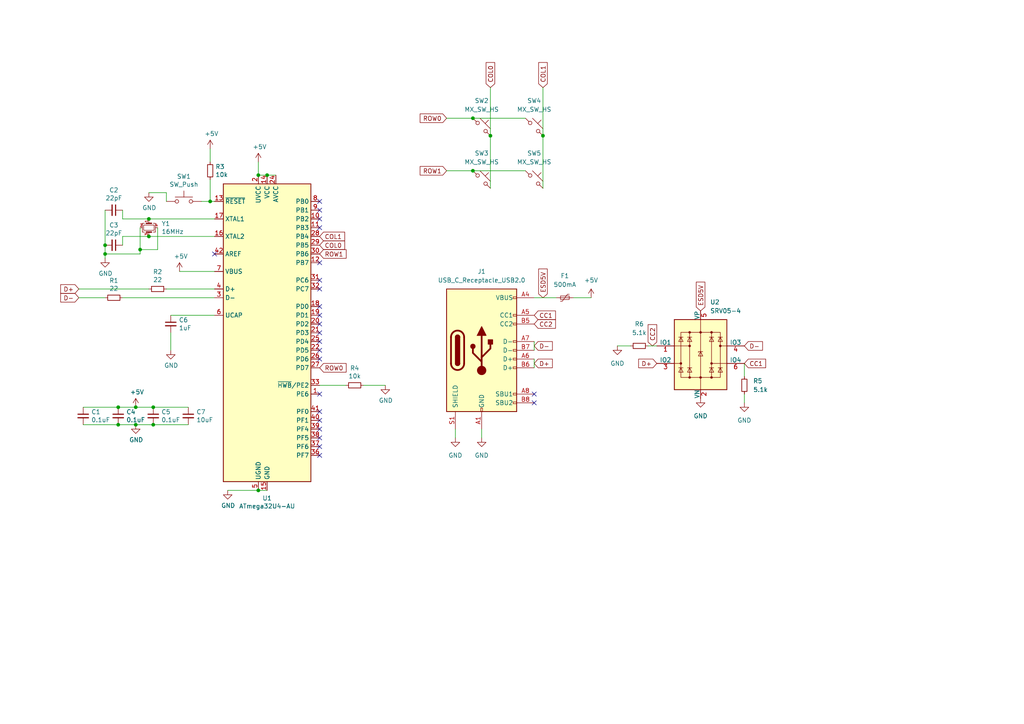
<source format=kicad_sch>
(kicad_sch (version 20211123) (generator eeschema)
  (paper "A4")
  (lib_symbols
    (symbol "Connector:USB_C_Receptacle_USB2.0" (pin_names (offset 1.016))
      (property "Reference" "J" (at -10.16 19.05 0))
      (property "Value" "USB_C_Receptacle_USB2.0" (at 19.05 19.05 0))
      (symbol "USB_C_Receptacle_USB2.0_0_0"
        (rectangle (start -0.254 -17.78) (end 0.254 -16.764))
        (rectangle (start 10.16 -14.986) (end 9.144 -15.494))
        (rectangle (start 10.16 -12.446) (end 9.144 -12.954))
        (rectangle (start 10.16 -4.826) (end 9.144 -5.334))
        (rectangle (start 10.16 -2.286) (end 9.144 -2.794))
        (rectangle (start 10.16 0.254) (end 9.144 -0.254))
        (rectangle (start 10.16 2.794) (end 9.144 2.286))
        (rectangle (start 10.16 7.874) (end 9.144 7.366))
        (rectangle (start 10.16 10.414) (end 9.144 9.906))
        (rectangle (start 10.16 15.494) (end 9.144 14.986))
      )
      (symbol "USB_C_Receptacle_USB2.0_0_1"
        (rectangle (start -10.16 17.78) (end 10.16 -17.78) (stroke (width 0.254)) (fill (type background)))
        (arc (start -8.89 -3.81) (mid -6.985 -5.715) (end -5.08 -3.81) (stroke (width 0.508)))
        (arc (start -7.62 -3.81) (mid -6.985 -4.445) (end -6.35 -3.81) (stroke (width 0.254)))
        (arc (start -7.62 -3.81) (mid -6.985 -4.445) (end -6.35 -3.81) (stroke (width 0.254)) (fill (type outline)))
        (rectangle (start -7.62 -3.81) (end -6.35 3.81) (stroke (width 0.254)) (fill (type outline)))
        (arc (start -6.35 3.81) (mid -6.985 4.445) (end -7.62 3.81) (stroke (width 0.254)))
        (arc (start -6.35 3.81) (mid -6.985 4.445) (end -7.62 3.81) (stroke (width 0.254)) (fill (type outline)))
        (arc (start -5.08 3.81) (mid -6.985 5.715) (end -8.89 3.81) (stroke (width 0.508)))
        (circle (center -2.54 1.143) (radius 0.635) (stroke (width 0.254)) (fill (type outline)))
        (circle (center 0 -5.842) (radius 1.27) (fill (type outline)))
        (polyline (pts (xy -8.89 -3.81) (xy -8.89 3.81)) (stroke (width 0.508)))
        (polyline (pts (xy -5.08 3.81) (xy -5.08 -3.81)) (stroke (width 0.508)))
        (polyline (pts (xy 0 -5.842) (xy 0 4.318)) (stroke (width 0.508)))
        (polyline (pts (xy 0 -3.302) (xy -2.54 -0.762) (xy -2.54 0.508)) (stroke (width 0.508)))
        (polyline (pts (xy 0 -2.032) (xy 2.54 0.508) (xy 2.54 1.778)) (stroke (width 0.508)))
        (polyline (pts (xy -1.27 4.318) (xy 0 6.858) (xy 1.27 4.318) (xy -1.27 4.318)) (stroke (width 0.254)) (fill (type outline)))
        (rectangle (start 1.905 1.778) (end 3.175 3.048) (stroke (width 0.254)) (fill (type outline)))
      )
      (symbol "USB_C_Receptacle_USB2.0_1_1"
        (pin passive line (at 0 -22.86 90) (length 5.08) (name "GND") (number "A1"))
        (pin passive line (at 0 -22.86 90) (length 5.08) hide (name "GND") (number "A12"))
        (pin passive line (at 15.24 15.24 180) (length 5.08) (name "VBUS") (number "A4"))
        (pin bidirectional line (at 15.24 10.16 180) (length 5.08) (name "CC1") (number "A5"))
        (pin bidirectional line (at 15.24 -2.54 180) (length 5.08) (name "D+") (number "A6"))
        (pin bidirectional line (at 15.24 2.54 180) (length 5.08) (name "D-") (number "A7"))
        (pin bidirectional line (at 15.24 -12.7 180) (length 5.08) (name "SBU1") (number "A8"))
        (pin passive line (at 15.24 15.24 180) (length 5.08) hide (name "VBUS") (number "A9"))
        (pin passive line (at 0 -22.86 90) (length 5.08) hide (name "GND") (number "B1"))
        (pin passive line (at 0 -22.86 90) (length 5.08) hide (name "GND") (number "B12"))
        (pin passive line (at 15.24 15.24 180) (length 5.08) hide (name "VBUS") (number "B4"))
        (pin bidirectional line (at 15.24 7.62 180) (length 5.08) (name "CC2") (number "B5"))
        (pin bidirectional line (at 15.24 -5.08 180) (length 5.08) (name "D+") (number "B6"))
        (pin bidirectional line (at 15.24 0 180) (length 5.08) (name "D-") (number "B7"))
        (pin bidirectional line (at 15.24 -15.24 180) (length 5.08) (name "SBU2") (number "B8"))
        (pin passive line (at 15.24 15.24 180) (length 5.08) hide (name "VBUS") (number "B9"))
        (pin passive line (at -7.62 -22.86 90) (length 5.08) (name "SHIELD") (number "S1"))
      )
    )
    (symbol "Device:C_Small" (pin_numbers hide) (pin_names (offset 0.254) hide)
      (property "Reference" "C" (at 0.254 1.778 0))
      (property "Value" "C_Small" (at 0.254 -2.032 0))
      (symbol "C_Small_0_1"
        (polyline (pts (xy -1.524 -0.508) (xy 1.524 -0.508)) (stroke (width 0.3302)))
        (polyline (pts (xy -1.524 0.508) (xy 1.524 0.508)) (stroke (width 0.3048)))
      )
      (symbol "C_Small_1_1"
        (pin passive line (at 0 2.54 270) (length 2.032) (name "~") (number "1"))
        (pin passive line (at 0 -2.54 90) (length 2.032) (name "~") (number "2"))
      )
    )
    (symbol "Device:Crystal_GND24_Small" (pin_names (offset 1.016) hide)
      (property "Reference" "Y" (at 1.27 4.445 0))
      (property "Value" "Crystal_GND24_Small" (at 1.27 2.54 0))
      (symbol "Crystal_GND24_Small_0_1"
        (rectangle (start -0.762 -1.524) (end 0.762 1.524))
        (polyline (pts (xy -1.27 -0.762) (xy -1.27 0.762)) (stroke (width 0.381)))
        (polyline (pts (xy 1.27 -0.762) (xy 1.27 0.762)) (stroke (width 0.381)))
        (polyline (pts (xy -1.27 -1.27) (xy -1.27 -1.905) (xy 1.27 -1.905) (xy 1.27 -1.27)))
        (polyline (pts (xy -1.27 1.27) (xy -1.27 1.905) (xy 1.27 1.905) (xy 1.27 1.27)))
      )
      (symbol "Crystal_GND24_Small_1_1"
        (pin passive line (at -2.54 0 0) (length 1.27) (name "1") (number "1"))
        (pin passive line (at 0 -2.54 90) (length 0.635) (name "2") (number "2"))
        (pin passive line (at 2.54 0 180) (length 1.27) (name "3") (number "3"))
        (pin passive line (at 0 2.54 270) (length 0.635) (name "4") (number "4"))
      )
    )
    (symbol "Device:Polyfuse_Small" (pin_numbers hide) (pin_names (offset 0))
      (property "Reference" "F" (at -1.905 0 90))
      (property "Value" "Polyfuse_Small" (at 1.905 0 90))
      (symbol "Polyfuse_Small_0_1"
        (rectangle (start -0.508 1.27) (end 0.508 -1.27))
        (polyline (pts (xy 0 2.54) (xy 0 -2.54)))
        (polyline (pts (xy -1.016 1.27) (xy -1.016 0.762) (xy 1.016 -0.762) (xy 1.016 -1.27)))
      )
      (symbol "Polyfuse_Small_1_1"
        (pin passive line (at 0 2.54 270) (length 0.635) (name "~") (number "1"))
        (pin passive line (at 0 -2.54 90) (length 0.635) (name "~") (number "2"))
      )
    )
    (symbol "Device:R_Small" (pin_numbers hide) (pin_names (offset 0.254) hide)
      (property "Reference" "R" (at 0.762 0.508 0))
      (property "Value" "R_Small" (at 0.762 -1.016 0))
      (symbol "R_Small_0_1"
        (rectangle (start -0.762 1.778) (end 0.762 -1.778) (stroke (width 0.2032)))
      )
      (symbol "R_Small_1_1"
        (pin passive line (at 0 2.54 270) (length 0.762) (name "~") (number "1"))
        (pin passive line (at 0 -2.54 90) (length 0.762) (name "~") (number "2"))
      )
    )
    (symbol "Power_Protection:SRV05-4" (pin_names (offset 0))
      (property "Reference" "U" (at -5.08 11.43 0))
      (property "Value" "SRV05-4" (at 2.54 11.43 0))
      (symbol "SRV05-4_0_0"
        (rectangle (start -5.715 6.477) (end 5.715 -6.604))
        (polyline (pts (xy -3.175 -6.604) (xy -3.175 6.477)))
        (polyline (pts (xy 3.175 6.477) (xy 3.175 -6.604)))
      )
      (symbol "SRV05-4_0_1"
        (rectangle (start -7.62 10.16) (end 7.62 -10.16) (stroke (width 0.254)) (fill (type background)))
        (circle (center -5.715 -2.54) (radius 0.2794) (fill (type outline)))
        (circle (center -3.175 -6.604) (radius 0.2794) (fill (type outline)))
        (circle (center -3.175 2.54) (radius 0.2794) (fill (type outline)))
        (circle (center -3.175 6.477) (radius 0.2794) (fill (type outline)))
        (circle (center 0 -6.604) (radius 0.2794) (fill (type outline)))
        (polyline (pts (xy -7.747 2.54) (xy -3.175 2.54)))
        (polyline (pts (xy -7.62 -2.54) (xy -5.715 -2.54)))
        (polyline (pts (xy -5.08 -3.81) (xy -6.35 -3.81)))
        (polyline (pts (xy -5.08 5.08) (xy -6.35 5.08)))
        (polyline (pts (xy -2.54 -3.81) (xy -3.81 -3.81)))
        (polyline (pts (xy -2.54 5.08) (xy -3.81 5.08)))
        (polyline (pts (xy 0 10.16) (xy 0 -10.16)))
        (polyline (pts (xy 3.81 -3.81) (xy 2.54 -3.81)))
        (polyline (pts (xy 3.81 5.08) (xy 2.54 5.08)))
        (polyline (pts (xy 6.35 -3.81) (xy 5.08 -3.81)))
        (polyline (pts (xy 6.35 5.08) (xy 5.08 5.08)))
        (polyline (pts (xy 7.62 -2.54) (xy 3.175 -2.54)))
        (polyline (pts (xy 7.62 2.54) (xy 5.715 2.54)))
        (polyline (pts (xy 0.635 0.889) (xy -0.635 0.889) (xy -0.635 0.635)))
        (polyline (pts (xy -5.08 -5.08) (xy -6.35 -5.08) (xy -5.715 -3.81) (xy -5.08 -5.08)))
        (polyline (pts (xy -5.08 3.81) (xy -6.35 3.81) (xy -5.715 5.08) (xy -5.08 3.81)))
        (polyline (pts (xy -2.54 -5.08) (xy -3.81 -5.08) (xy -3.175 -3.81) (xy -2.54 -5.08)))
        (polyline (pts (xy -2.54 3.81) (xy -3.81 3.81) (xy -3.175 5.08) (xy -2.54 3.81)))
        (polyline (pts (xy 0.635 -0.381) (xy -0.635 -0.381) (xy 0 0.889) (xy 0.635 -0.381)))
        (polyline (pts (xy 3.81 -5.08) (xy 2.54 -5.08) (xy 3.175 -3.81) (xy 3.81 -5.08)))
        (polyline (pts (xy 3.81 3.81) (xy 2.54 3.81) (xy 3.175 5.08) (xy 3.81 3.81)))
        (polyline (pts (xy 6.35 -5.08) (xy 5.08 -5.08) (xy 5.715 -3.81) (xy 6.35 -5.08)))
        (polyline (pts (xy 6.35 3.81) (xy 5.08 3.81) (xy 5.715 5.08) (xy 6.35 3.81)))
        (circle (center 0 6.477) (radius 0.2794) (fill (type outline)))
        (circle (center 3.175 -6.604) (radius 0.2794) (fill (type outline)))
        (circle (center 3.175 -2.54) (radius 0.2794) (fill (type outline)))
        (circle (center 3.175 6.477) (radius 0.2794) (fill (type outline)))
        (circle (center 5.715 2.54) (radius 0.2794) (fill (type outline)))
      )
      (symbol "SRV05-4_1_1"
        (pin passive line (at -12.7 2.54 0) (length 5.08) (name "IO1") (number "1"))
        (pin passive line (at 0 -12.7 90) (length 2.54) (name "VN") (number "2"))
        (pin passive line (at -12.7 -2.54 0) (length 5.08) (name "IO2") (number "3"))
        (pin passive line (at 12.7 2.54 180) (length 5.08) (name "IO3") (number "4"))
        (pin passive line (at 0 12.7 270) (length 2.54) (name "VP") (number "5"))
        (pin passive line (at 12.7 -2.54 180) (length 5.08) (name "IO4") (number "6"))
      )
    )
    (symbol "Switch:SW_Push" (pin_numbers hide) (pin_names (offset 1.016) hide)
      (property "Reference" "SW" (at 1.27 2.54 0))
      (property "Value" "SW_Push" (at 0 -1.524 0))
      (symbol "SW_Push_0_1"
        (circle (center -2.032 0) (radius 0.508))
        (polyline (pts (xy 0 1.27) (xy 0 3.048)))
        (polyline (pts (xy 2.54 1.27) (xy -2.54 1.27)))
        (circle (center 2.032 0) (radius 0.508))
        (pin passive line (at -5.08 0 0) (length 2.54) (name "1") (number "1"))
        (pin passive line (at 5.08 0 180) (length 2.54) (name "2") (number "2"))
      )
    )
    (symbol "hayabusa04-rescue:ATmega32U4-AU-MCU_Microchip_ATmega"
      (property "Reference" "U" (at -12.7 44.45 0))
      (property "Value" "ATmega32U4-AU-MCU_Microchip_ATmega" (at 2.54 -44.45 0))
      (symbol "ATmega32U4-AU-MCU_Microchip_ATmega_0_1"
        (rectangle (start -12.7 -43.18) (end 12.7 43.18) (stroke (width 0.254)) (fill (type background)))
      )
      (symbol "ATmega32U4-AU-MCU_Microchip_ATmega_1_1"
        (pin tri_state line (at 15.24 -17.78 180) (length 2.54) (name "PE6") (number "1"))
        (pin tri_state line (at 15.24 33.02 180) (length 2.54) (name "PB2") (number "10"))
        (pin tri_state line (at 15.24 30.48 180) (length 2.54) (name "PB3") (number "11"))
        (pin tri_state line (at 15.24 20.32 180) (length 2.54) (name "PB7") (number "12"))
        (pin input line (at -15.24 38.1 0) (length 2.54) (name "~{RESET}") (number "13"))
        (pin power_in line (at 0 45.72 270) (length 2.54) (name "VCC") (number "14"))
        (pin power_in line (at 0 -45.72 90) (length 2.54) (name "GND") (number "15"))
        (pin output line (at -15.24 27.94 0) (length 2.54) (name "XTAL2") (number "16"))
        (pin input line (at -15.24 33.02 0) (length 2.54) (name "XTAL1") (number "17"))
        (pin tri_state line (at 15.24 7.62 180) (length 2.54) (name "PD0") (number "18"))
        (pin tri_state line (at 15.24 5.08 180) (length 2.54) (name "PD1") (number "19"))
        (pin power_in line (at -2.54 45.72 270) (length 2.54) (name "UVCC") (number "2"))
        (pin tri_state line (at 15.24 2.54 180) (length 2.54) (name "PD2") (number "20"))
        (pin tri_state line (at 15.24 0 180) (length 2.54) (name "PD3") (number "21"))
        (pin tri_state line (at 15.24 -5.08 180) (length 2.54) (name "PD5") (number "22"))
        (pin passive line (at 0 -45.72 90) (length 2.54) hide (name "GND") (number "23"))
        (pin power_in line (at 2.54 45.72 270) (length 2.54) (name "AVCC") (number "24"))
        (pin tri_state line (at 15.24 -2.54 180) (length 2.54) (name "PD4") (number "25"))
        (pin tri_state line (at 15.24 -7.62 180) (length 2.54) (name "PD6") (number "26"))
        (pin tri_state line (at 15.24 -10.16 180) (length 2.54) (name "PD7") (number "27"))
        (pin tri_state line (at 15.24 27.94 180) (length 2.54) (name "PB4") (number "28"))
        (pin tri_state line (at 15.24 25.4 180) (length 2.54) (name "PB5") (number "29"))
        (pin bidirectional line (at -15.24 10.16 0) (length 2.54) (name "D-") (number "3"))
        (pin tri_state line (at 15.24 22.86 180) (length 2.54) (name "PB6") (number "30"))
        (pin tri_state line (at 15.24 15.24 180) (length 2.54) (name "PC6") (number "31"))
        (pin tri_state line (at 15.24 12.7 180) (length 2.54) (name "PC7") (number "32"))
        (pin tri_state line (at 15.24 -15.24 180) (length 2.54) (name "~{HWB}/PE2") (number "33"))
        (pin passive line (at 0 45.72 270) (length 2.54) hide (name "VCC") (number "34"))
        (pin passive line (at 0 -45.72 90) (length 2.54) hide (name "GND") (number "35"))
        (pin tri_state line (at 15.24 -35.56 180) (length 2.54) (name "PF7") (number "36"))
        (pin tri_state line (at 15.24 -33.02 180) (length 2.54) (name "PF6") (number "37"))
        (pin tri_state line (at 15.24 -30.48 180) (length 2.54) (name "PF5") (number "38"))
        (pin tri_state line (at 15.24 -27.94 180) (length 2.54) (name "PF4") (number "39"))
        (pin bidirectional line (at -15.24 12.7 0) (length 2.54) (name "D+") (number "4"))
        (pin tri_state line (at 15.24 -25.4 180) (length 2.54) (name "PF1") (number "40"))
        (pin tri_state line (at 15.24 -22.86 180) (length 2.54) (name "PF0") (number "41"))
        (pin passive line (at -15.24 22.86 0) (length 2.54) (name "AREF") (number "42"))
        (pin passive line (at 0 -45.72 90) (length 2.54) hide (name "GND") (number "43"))
        (pin passive line (at 2.54 45.72 270) (length 2.54) hide (name "AVCC") (number "44"))
        (pin passive line (at -2.54 -45.72 90) (length 2.54) (name "UGND") (number "5"))
        (pin passive line (at -15.24 5.08 0) (length 2.54) (name "UCAP") (number "6"))
        (pin input line (at -15.24 17.78 0) (length 2.54) (name "VBUS") (number "7"))
        (pin tri_state line (at 15.24 38.1 180) (length 2.54) (name "PB0") (number "8"))
        (pin tri_state line (at 15.24 35.56 180) (length 2.54) (name "PB1") (number "9"))
      )
    )
    (symbol "marbastlib-mx:MX_SW_HS" (pin_numbers hide) (pin_names (offset 1.016) hide)
      (property "Reference" "SW" (at 3.048 1.016 0))
      (property "Value" "MX_SW_HS" (at 0 -3.81 0))
      (symbol "MX_SW_HS_0_1"
        (circle (center -1.1684 1.1684) (radius 0.508))
        (polyline (pts (xy -0.508 2.54) (xy 2.54 -0.508)))
        (polyline (pts (xy 1.016 1.016) (xy 2.032 2.032)))
        (polyline (pts (xy -2.54 2.54) (xy -1.524 1.524) (xy -1.524 1.524)))
        (polyline (pts (xy 1.524 -1.524) (xy 2.54 -2.54) (xy 2.54 -2.54) (xy 2.54 -2.54)))
        (circle (center 1.143 -1.1938) (radius 0.508))
        (pin passive line (at -2.54 2.54 0) (length 0) (name "1") (number "1"))
        (pin passive line (at 2.54 -2.54 180) (length 0) (name "2") (number "2"))
      )
    )
    (symbol "power:+5V" (power) (pin_names (offset 0))
      (property "Value" "+5V" (at 0 3.556 0))
      (symbol "+5V_0_1"
        (polyline (pts (xy -0.762 1.27) (xy 0 2.54)))
        (polyline (pts (xy 0 0) (xy 0 2.54)))
        (polyline (pts (xy 0 2.54) (xy 0.762 1.27)))
      )
      (symbol "+5V_1_1"
        (pin power_in line (at 0 0 90) (length 0) hide (name "+5V") (number "1"))
      )
    )
    (symbol "power:GND" (power) (pin_names (offset 0))
      (property "Value" "GND" (at 0 -3.81 0))
      (symbol "GND_0_1"
        (polyline (pts (xy 0 0) (xy 0 -1.27) (xy 1.27 -1.27) (xy 0 -2.54) (xy -1.27 -1.27) (xy 0 -1.27)))
      )
      (symbol "GND_1_1"
        (pin power_in line (at 0 0 270) (length 0) hide (name "GND") (number "1"))
      )
    )
  )
  (junction (at 30.48 71.12))
  (junction (at 44.45 118.11))
  (junction (at 142.24 39.37))
  (junction (at 40.64 72.39))
  (junction (at 77.47 50.8))
  (junction (at 157.48 39.37))
  (junction (at 39.37 123.19))
  (junction (at 34.29 118.11))
  (junction (at 137.16 49.53))
  (junction (at 43.18 63.5))
  (junction (at 34.29 123.19))
  (junction (at 60.96 58.42))
  (junction (at 74.93 50.8))
  (junction (at 39.37 118.11))
  (junction (at 43.18 68.58))
  (junction (at 137.16 34.29))
  (junction (at 30.48 73.66))
  (junction (at 74.93 142.24))
  (junction (at 44.45 123.19))
  (no_connect (at 92.71 60.96))
  (no_connect (at 92.71 58.42))
  (no_connect (at 92.71 63.5))
  (no_connect (at 92.71 66.04))
  (no_connect (at 92.71 76.2))
  (no_connect (at 92.71 81.28))
  (no_connect (at 92.71 83.82))
  (no_connect (at 92.71 104.14))
  (no_connect (at 92.71 101.6))
  (no_connect (at 92.71 99.06))
  (no_connect (at 92.71 96.52))
  (no_connect (at 92.71 88.9))
  (no_connect (at 92.71 91.44))
  (no_connect (at 92.71 93.98))
  (no_connect (at 92.71 114.3))
  (no_connect (at 92.71 129.54))
  (no_connect (at 92.71 127))
  (no_connect (at 92.71 124.46))
  (no_connect (at 92.71 121.92))
  (no_connect (at 92.71 119.38))
  (no_connect (at 92.71 132.08))
  (no_connect (at 62.23 73.66))
  (no_connect (at 154.94 114.3))
  (no_connect (at 154.94 116.84))
  (wire (pts (xy 142.24 25.4) (xy 142.24 39.37)))
  (wire (pts (xy 129.54 34.29) (xy 137.16 34.29)))
  (wire (pts (xy 166.37 86.36) (xy 171.45 86.36)))
  (wire (pts (xy 30.48 73.66) (xy 30.48 74.93)))
  (wire (pts (xy 35.56 68.58) (xy 35.56 71.12)))
  (wire (pts (xy 39.37 123.19) (xy 34.29 123.19)))
  (wire (pts (xy 48.26 55.88) (xy 48.26 58.42)))
  (wire (pts (xy 179.07 100.33) (xy 182.88 100.33)))
  (wire (pts (xy 34.29 123.19) (xy 24.13 123.19)))
  (wire (pts (xy 154.94 104.14) (xy 154.94 106.68)))
  (wire (pts (xy 74.93 142.24) (xy 77.47 142.24)))
  (wire (pts (xy 30.48 71.12) (xy 30.48 73.66)))
  (wire (pts (xy 35.56 60.96) (xy 35.56 63.5)))
  (wire (pts (xy 157.48 25.4) (xy 157.48 39.37)))
  (wire (pts (xy 43.18 83.82) (xy 22.86 83.82)))
  (wire (pts (xy 49.53 91.44) (xy 62.23 91.44)))
  (wire (pts (xy 157.48 39.37) (xy 157.48 54.61)))
  (wire (pts (xy 43.18 68.58) (xy 35.56 68.58)))
  (wire (pts (xy 215.9 105.41) (xy 215.9 109.22)))
  (wire (pts (xy 45.72 72.39) (xy 40.64 72.39)))
  (wire (pts (xy 215.9 114.3) (xy 215.9 116.84)))
  (wire (pts (xy 92.71 111.76) (xy 100.33 111.76)))
  (wire (pts (xy 105.41 111.76) (xy 111.76 111.76)))
  (wire (pts (xy 40.64 73.66) (xy 30.48 73.66)))
  (wire (pts (xy 24.13 118.11) (xy 34.29 118.11)))
  (wire (pts (xy 44.45 123.19) (xy 39.37 123.19)))
  (wire (pts (xy 40.64 72.39) (xy 40.64 73.66)))
  (wire (pts (xy 187.96 100.33) (xy 190.5 100.33)))
  (wire (pts (xy 60.96 43.18) (xy 60.96 46.99)))
  (wire (pts (xy 129.54 49.53) (xy 137.16 49.53)))
  (wire (pts (xy 43.18 55.88) (xy 48.26 55.88)))
  (wire (pts (xy 43.18 68.58) (xy 62.23 68.58)))
  (wire (pts (xy 74.93 50.8) (xy 77.47 50.8)))
  (wire (pts (xy 139.7 124.46) (xy 139.7 127)))
  (wire (pts (xy 154.94 86.36) (xy 161.29 86.36)))
  (wire (pts (xy 52.07 78.74) (xy 62.23 78.74)))
  (wire (pts (xy 66.04 142.24) (xy 74.93 142.24)))
  (wire (pts (xy 39.37 118.11) (xy 44.45 118.11)))
  (wire (pts (xy 30.48 60.96) (xy 30.48 71.12)))
  (wire (pts (xy 60.96 58.42) (xy 62.23 58.42)))
  (wire (pts (xy 62.23 83.82) (xy 48.26 83.82)))
  (wire (pts (xy 58.42 58.42) (xy 60.96 58.42)))
  (wire (pts (xy 45.72 66.04) (xy 45.72 72.39)))
  (wire (pts (xy 62.23 86.36) (xy 35.56 86.36)))
  (wire (pts (xy 34.29 118.11) (xy 39.37 118.11)))
  (wire (pts (xy 137.16 34.29) (xy 152.4 34.29)))
  (wire (pts (xy 60.96 52.07) (xy 60.96 58.42)))
  (wire (pts (xy 77.47 50.8) (xy 80.01 50.8)))
  (wire (pts (xy 132.08 124.46) (xy 132.08 127)))
  (wire (pts (xy 30.48 86.36) (xy 22.86 86.36)))
  (wire (pts (xy 49.53 96.52) (xy 49.53 101.6)))
  (wire (pts (xy 154.94 99.06) (xy 154.94 101.6)))
  (wire (pts (xy 74.93 46.99) (xy 74.93 50.8)))
  (wire (pts (xy 43.18 63.5) (xy 62.23 63.5)))
  (wire (pts (xy 35.56 63.5) (xy 43.18 63.5)))
  (wire (pts (xy 54.61 123.19) (xy 44.45 123.19)))
  (wire (pts (xy 137.16 49.53) (xy 152.4 49.53)))
  (wire (pts (xy 44.45 118.11) (xy 54.61 118.11)))
  (wire (pts (xy 142.24 39.37) (xy 142.24 54.61)))
  (wire (pts (xy 40.64 66.04) (xy 40.64 72.39)))
  (global_label "COL1" (shape input) (at 157.48 25.4 90) (property "Intersheet References" "${INTERSHEET_REFS}" (effects hide)))
  (global_label "D+" (shape input) (at 190.5 105.41 180) (property "Intersheet References" "${INTERSHEET_REFS}" (effects hide)))
  (global_label "CC1" (shape input) (at 154.94 91.44 0) (property "Intersheet References" "${INTERSHEET_REFS}" (effects hide)))
  (global_label "COL0" (shape input) (at 142.24 25.4 90) (property "Intersheet References" "${INTERSHEET_REFS}" (effects hide)))
  (global_label "ROW1" (shape input) (at 92.71 73.66 0) (property "Intersheet References" "${INTERSHEET_REFS}" (effects hide)))
  (global_label "ROW1" (shape input) (at 129.54 49.53 180) (property "Intersheet References" "${INTERSHEET_REFS}" (effects hide)))
  (global_label "CC1" (shape input) (at 215.9 105.41 0) (property "Intersheet References" "${INTERSHEET_REFS}" (effects hide)))
  (global_label "D+" (shape input) (at 154.94 105.41 0) (property "Intersheet References" "${INTERSHEET_REFS}" (effects hide)))
  (global_label "COL0" (shape input) (at 92.71 71.12 0) (property "Intersheet References" "${INTERSHEET_REFS}" (effects hide)))
  (global_label "D-" (shape input) (at 215.9 100.33 0) (property "Intersheet References" "${INTERSHEET_REFS}" (effects hide)))
  (global_label "ESD5V" (shape input) (at 203.2 90.17 90) (property "Intersheet References" "${INTERSHEET_REFS}" (effects hide)))
  (global_label "D-" (shape input) (at 22.86 86.36 180) (property "Intersheet References" "${INTERSHEET_REFS}" (effects hide)))
  (global_label "D-" (shape input) (at 154.94 100.33 0) (property "Intersheet References" "${INTERSHEET_REFS}" (effects hide)))
  (global_label "CC2" (shape input) (at 189.23 100.33 90) (property "Intersheet References" "${INTERSHEET_REFS}" (effects hide)))
  (global_label "COL1" (shape input) (at 92.71 68.58 0) (property "Intersheet References" "${INTERSHEET_REFS}" (effects hide)))
  (global_label "ESD5V" (shape input) (at 157.48 86.36 90) (property "Intersheet References" "${INTERSHEET_REFS}" (effects hide)))
  (global_label "ROW0" (shape input) (at 92.71 106.68 0) (property "Intersheet References" "${INTERSHEET_REFS}" (effects hide)))
  (global_label "ROW0" (shape input) (at 129.54 34.29 180) (property "Intersheet References" "${INTERSHEET_REFS}" (effects hide)))
  (global_label "D+" (shape input) (at 22.86 83.82 180) (property "Intersheet References" "${INTERSHEET_REFS}" (effects hide)))
  (global_label "CC2" (shape input) (at 154.94 93.98 0) (property "Intersheet References" "${INTERSHEET_REFS}" (effects hide)))
  (symbol (lib_id "hayabusa04-rescue:ATmega32U4-AU-MCU_Microchip_ATmega") (at 77.47 96.52 0) (unit 1)
    (property "Reference" "U1" (at 77.47 144.5006 0))
    (property "Value" "ATmega32U4-AU" (at 77.47 146.812 0))
    (property "Footprint" "Package_QFP:TQFP-44_10x10mm_P0.8mm" (effects hide))
    (property "Datasheet" "http://ww1.microchip.com/downloads/en/DeviceDoc/Atmel-7766-8-bit-AVR-ATmega16U4-32U4_Datasheet.pdf" (effects hide))
  )
  (symbol (lib_id "power:+5V") (at 74.93 46.99 0) (unit 1)
    (property "Reference" "#PWR0101" (effects hide))
    (property "Value" "+5V" (at 75.311 42.5958 0))
  )
  (symbol (lib_id "power:GND") (at 66.04 142.24 0) (unit 1)
    (property "Reference" "#PWR0102" (effects hide))
    (property "Value" "GND" (at 66.167 146.6342 0))
  )
  (symbol (lib_id "Device:R_Small") (at 102.87 111.76 270) (unit 1)
    (property "Reference" "R4" (at 102.87 106.7816 90))
    (property "Value" "10k" (at 102.87 109.093 90))
    (property "Footprint" "Resistor_SMD:R_0805_2012Metric" (effects hide))
  )
  (symbol (lib_id "power:GND") (at 111.76 111.76 0) (unit 1)
    (property "Reference" "#PWR0103" (effects hide))
    (property "Value" "GND" (at 111.887 116.1542 0))
  )
  (symbol (lib_id "Device:R_Small") (at 45.72 83.82 90) (unit 1)
    (property "Reference" "R2" (at 45.72 78.8416 90))
    (property "Value" "22" (at 45.72 81.153 90))
    (property "Footprint" "Resistor_SMD:R_0805_2012Metric" (effects hide))
  )
  (symbol (lib_id "Device:R_Small") (at 33.02 86.36 270) (unit 1)
    (property "Reference" "R1" (at 33.02 81.3816 90))
    (property "Value" "22" (at 33.02 83.693 90))
    (property "Footprint" "Resistor_SMD:R_0805_2012Metric" (effects hide))
  )
  (symbol (lib_id "Device:C_Small") (at 49.53 93.98 0) (unit 1)
    (property "Reference" "C6" (at 51.8668 92.8116 0) (effects (justify left)))
    (property "Value" "1uF" (at 51.8668 95.123 0) (effects (justify left)))
    (property "Footprint" "Capacitor_SMD:C_0805_2012Metric" (effects hide))
  )
  (symbol (lib_id "power:GND") (at 49.53 101.6 0) (unit 1)
    (property "Reference" "#PWR0104" (effects hide))
    (property "Value" "GND" (at 49.657 105.9942 0))
  )
  (symbol (lib_id "Device:C_Small") (at 34.29 120.65 0) (unit 1)
    (property "Reference" "C4" (at 36.6268 119.4816 0) (effects (justify left)))
    (property "Value" "0.1uF" (at 36.6268 121.793 0) (effects (justify left)))
    (property "Footprint" "Capacitor_SMD:C_0805_2012Metric" (effects hide))
  )
  (symbol (lib_id "Device:C_Small") (at 44.45 120.65 0) (unit 1)
    (property "Reference" "C5" (at 46.7868 119.4816 0) (effects (justify left)))
    (property "Value" "0.1uF" (at 46.7868 121.793 0) (effects (justify left)))
    (property "Footprint" "Capacitor_SMD:C_0805_2012Metric" (effects hide))
  )
  (symbol (lib_id "Device:C_Small") (at 54.61 120.65 0) (unit 1)
    (property "Reference" "C7" (at 56.9468 119.4816 0) (effects (justify left)))
    (property "Value" "10uF" (at 56.9468 121.793 0) (effects (justify left)))
    (property "Footprint" "Capacitor_SMD:C_0805_2012Metric" (effects hide))
  )
  (symbol (lib_id "Device:C_Small") (at 24.13 120.65 0) (unit 1)
    (property "Reference" "C1" (at 26.4668 119.4816 0) (effects (justify left)))
    (property "Value" "0.1uF" (at 26.4668 121.793 0) (effects (justify left)))
    (property "Footprint" "Capacitor_SMD:C_0805_2012Metric" (effects hide))
  )
  (symbol (lib_id "power:+5V") (at 39.37 118.11 0) (unit 1)
    (property "Reference" "#PWR0105" (effects hide))
    (property "Value" "+5V" (at 39.751 113.7158 0))
  )
  (symbol (lib_id "power:GND") (at 39.37 123.19 0) (unit 1)
    (property "Reference" "#PWR0106" (effects hide))
    (property "Value" "GND" (at 39.497 127.5842 0))
  )
  (symbol (lib_id "power:+5V") (at 52.07 78.74 0) (unit 1)
    (property "Reference" "#PWR0107" (effects hide))
    (property "Value" "+5V" (at 52.451 74.3458 0))
  )
  (symbol (lib_id "Device:Crystal_GND24_Small") (at 43.18 66.04 270) (unit 1)
    (property "Reference" "Y1" (at 46.8376 64.8716 90) (effects (justify left)))
    (property "Value" "16MHz" (at 46.8376 67.183 90) (effects (justify left)))
    (property "Footprint" "Crystal:Crystal_SMD_3225-4Pin_3.2x2.5mm" (effects hide))
  )
  (symbol (lib_id "Device:C_Small") (at 33.02 60.96 270) (unit 1)
    (property "Reference" "C2" (at 33.02 55.1434 90))
    (property "Value" "22pF" (at 33.02 57.4548 90))
    (property "Footprint" "Capacitor_SMD:C_0805_2012Metric" (effects hide))
  )
  (symbol (lib_id "Device:C_Small") (at 33.02 71.12 270) (unit 1)
    (property "Reference" "C3" (at 33.02 65.3034 90))
    (property "Value" "22pF" (at 33.02 67.6148 90))
    (property "Footprint" "Capacitor_SMD:C_0805_2012Metric" (effects hide))
  )
  (symbol (lib_id "power:GND") (at 30.48 74.93 0) (unit 1)
    (property "Reference" "#PWR0108" (effects hide))
    (property "Value" "GND" (at 30.607 79.3242 0))
  )
  (symbol (lib_id "Switch:SW_Push") (at 53.34 58.42 0) (unit 1)
    (property "Reference" "SW1" (at 53.34 51.181 0))
    (property "Value" "SW_Push" (at 53.34 53.4924 0))
    (property "Footprint" "random-keyboard-parts:SKQG-1155865" (effects hide))
  )
  (symbol (lib_id "power:GND") (at 43.18 55.88 0) (unit 1)
    (property "Reference" "#PWR0109" (effects hide))
    (property "Value" "GND" (at 43.307 60.2742 0))
  )
  (symbol (lib_id "Device:R_Small") (at 60.96 49.53 0) (unit 1)
    (property "Reference" "R3" (at 62.4586 48.3616 0) (effects (justify left)))
    (property "Value" "10k" (at 62.4586 50.673 0) (effects (justify left)))
    (property "Footprint" "Resistor_SMD:R_0805_2012Metric" (effects hide))
  )
  (symbol (lib_id "power:+5V") (at 60.96 43.18 0) (unit 1)
    (property "Reference" "#PWR0110" (effects hide))
    (property "Value" "+5V" (at 61.341 38.7858 0))
  )
  (symbol (lib_id "power:GND") (at 139.7 127 0) (unit 1)
    (property "Reference" "#PWR0116" (effects hide))
    (property "Value" "GND" (at 139.7 132.08 0))
  )
  (symbol (lib_id "marbastlib-mx:MX_SW_HS") (at 139.7 52.07 0) (unit 1)
    (property "Reference" "SW3" (at 139.7 44.45 0))
    (property "Value" "MX_SW_HS" (at 139.7 46.99 0))
    (property "Footprint" "marbastlib-mx:SW_MX_HS_1u" (effects hide))
  )
  (symbol (lib_id "power:GND") (at 215.9 116.84 0) (unit 1)
    (property "Reference" "#PWR0115" (effects hide))
    (property "Value" "GND" (at 215.9 121.92 0))
  )
  (symbol (lib_id "Device:Polyfuse_Small") (at 163.83 86.36 90) (unit 1)
    (property "Reference" "F1" (at 163.83 80.01 90))
    (property "Value" "500mA" (at 163.83 82.55 90))
    (property "Footprint" "Fuse:Fuse_1206_3216Metric" (effects hide))
  )
  (symbol (lib_id "Device:R_Small") (at 215.9 111.76 180) (unit 1)
    (property "Reference" "R5" (at 218.44 110.4899 0) (effects (justify right)))
    (property "Value" "5.1k" (at 218.44 113.0299 0) (effects (justify right)))
    (property "Footprint" "Resistor_SMD:R_0805_2012Metric" (effects hide))
  )
  (symbol (lib_id "power:GND") (at 132.08 127 0) (unit 1)
    (property "Reference" "#PWR0112" (effects hide))
    (property "Value" "GND" (at 132.08 132.08 0))
  )
  (symbol (lib_id "marbastlib-mx:MX_SW_HS") (at 154.94 52.07 0) (unit 1)
    (property "Reference" "SW5" (at 154.94 44.45 0))
    (property "Value" "MX_SW_HS" (at 154.94 46.99 0))
    (property "Footprint" "marbastlib-mx:SW_MX_HS_1u" (effects hide))
  )
  (symbol (lib_id "Device:R_Small") (at 185.42 100.33 270) (unit 1)
    (property "Reference" "R6" (at 185.42 93.98 90))
    (property "Value" "5.1k" (at 185.42 96.52 90))
    (property "Footprint" "Resistor_SMD:R_0805_2012Metric" (effects hide))
  )
  (symbol (lib_id "marbastlib-mx:MX_SW_HS") (at 154.94 36.83 0) (unit 1)
    (property "Reference" "SW4" (at 154.94 29.21 0))
    (property "Value" "MX_SW_HS" (at 154.94 31.75 0))
    (property "Footprint" "marbastlib-mx:SW_MX_HS_1u" (effects hide))
  )
  (symbol (lib_id "Connector:USB_C_Receptacle_USB2.0") (at 139.7 101.6 0) (unit 1)
    (property "Reference" "J1" (at 139.7 78.74 0))
    (property "Value" "USB_C_Receptacle_USB2.0" (at 139.7 81.28 0))
    (property "Footprint" "Connector_USB:USB_C_Receptacle_HRO_TYPE-C-31-M-12" (effects hide))
    (property "Datasheet" "https://www.usb.org/sites/default/files/documents/usb_type-c.zip" (effects hide))
  )
  (symbol (lib_id "power:GND") (at 179.07 100.33 0) (unit 1)
    (property "Reference" "#PWR0113" (effects hide))
    (property "Value" "GND" (at 179.07 105.41 0))
  )
  (symbol (lib_id "Power_Protection:SRV05-4") (at 203.2 102.87 0) (unit 1)
    (property "Reference" "U2" (at 205.9687 87.63 0) (effects (justify left)))
    (property "Value" "SRV05-4" (at 205.9687 90.17 0) (effects (justify left)))
    (property "Footprint" "Package_TO_SOT_SMD:SOT-23-6" (effects hide))
    (property "Datasheet" "http://www.onsemi.com/pub/Collateral/SRV05-4-D.PDF" (effects hide))
  )
  (symbol (lib_id "power:GND") (at 203.2 115.57 0) (unit 1)
    (property "Reference" "#PWR0114" (effects hide))
    (property "Value" "GND" (at 203.2 120.65 0))
  )
  (symbol (lib_id "marbastlib-mx:MX_SW_HS") (at 139.7 36.83 0) (unit 1)
    (property "Reference" "SW2" (at 139.7 29.21 0))
    (property "Value" "MX_SW_HS" (at 139.7 31.75 0))
    (property "Footprint" "marbastlib-mx:SW_MX_HS_1u" (effects hide))
  )
  (symbol (lib_id "power:+5V") (at 171.45 86.36 0) (unit 1)
    (property "Reference" "#PWR0111" (effects hide))
    (property "Value" "+5V" (at 171.45 81.28 0))
  )
)
</source>
